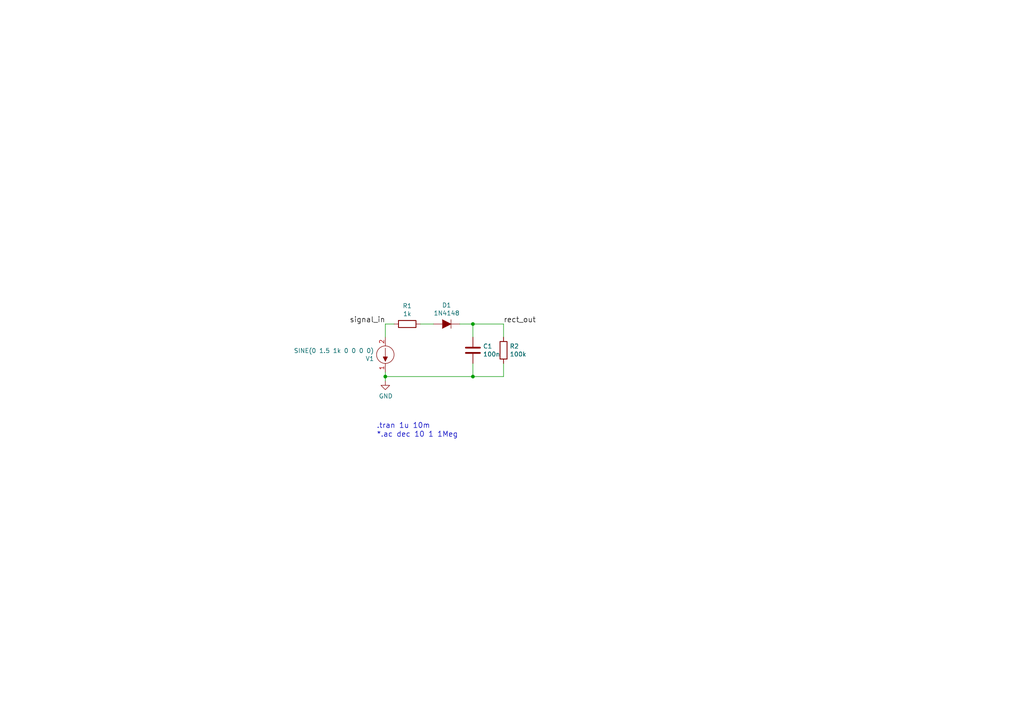
<source format=kicad_sch>
(kicad_sch (version 20200608) (host eeschema "(5.99.0-1983-g08c61e678)")
  (page 1 1)
  (paper "A4")
  (lib_symbols
    (symbol "rectifier_schlib:C" (pin_numbers hide) (pin_names (offset 0.254))
      (property "Reference" "C" (at 0.635 2.54 0))
      (property "Value" "C" (at 0.635 -2.54 0))
      (symbol "C_0_1"
        (polyline (pts (xy -2.032 -0.762) (xy 2.032 -0.762)) (stroke (width 0.508)))
        (polyline (pts (xy -2.032 0.762) (xy 2.032 0.762)) (stroke (width 0.508)))
      )
      (symbol "C_1_1"
        (pin passive line (at 0 3.81 270) (length 2.794) (name "~") (number "1"))
        (pin passive line (at 0 -3.81 90) (length 2.794) (name "~") (number "2"))
      )
    )
    (symbol "rectifier_schlib:D" (pin_numbers hide) (pin_names hide)
      (property "Reference" "D" (at 0 2.54 0))
      (property "Value" "D" (at 0 -2.54 0))
      (symbol "D_0_1"
        (polyline (pts (xy -1.27 1.27) (xy -1.27 -1.27)) (stroke (width 0.1524)))
        (polyline (pts (xy 1.27 1.27) (xy -1.27 0) (xy 1.27 -1.27)) (fill (type outline)))
      )
      (symbol "D_1_1"
        (pin passive line (at -3.81 0 0) (length 2.54) (name "K") (number "1"))
        (pin passive line (at 3.81 0 180) (length 2.54) (name "A") (number "2"))
      )
    )
    (symbol "rectifier_schlib:GND" (power) (pin_names (offset 0))
      (property "Value" "GND" (at 0 -3.1242 0))
      (symbol "GND_0_1"
        (polyline (pts (xy 0 0) (xy 0 -1.27) (xy 1.27 -1.27) (xy 0 -2.54) (xy -1.27 -1.27) (xy 0 -1.27)))
      )
      (symbol "GND_1_1"
        (pin power_in line (at 0 0 270) (length 0) hide (name "GND") (number "1"))
      )
    )
    (symbol "rectifier_schlib:R" (pin_numbers hide) (pin_names (offset 0))
      (property "Reference" "R" (at 2.032 0 90))
      (property "Value" "R" (at 0 0 90))
      (symbol "R_0_1"
        (rectangle (start -1.016 -2.54) (end 1.016 2.54) (stroke (width 0.254)))
      )
      (symbol "R_1_1"
        (pin passive line (at 0 3.81 270) (length 1.27) (name "~") (number "1"))
        (pin passive line (at 0 -3.81 90) (length 1.27) (name "~") (number "2"))
      )
    )
    (symbol "rectifier_schlib:VSOURCE"
      (property "Reference" "V" (at 5.08 5.08 0))
      (symbol "VSOURCE_0_1"
        (circle (center 0 0) (radius 2.54))
        (polyline (pts (xy 0 -1.905) (xy 0 1.905)))
        (polyline (pts (xy 0 1.905) (xy -0.635 0.635) (xy 0.635 0.635) (xy 0 1.905)) (fill (type outline)))
      )
      (symbol "VSOURCE_1_1"
        (pin input line (at 0 5.08 270) (length 2.54) (name "~") (number "1"))
        (pin input line (at 0 -5.08 90) (length 2.54) (name "~") (number "2"))
      )
    )
  )
  (junction (at 111.76 109.22))
  (junction (at 137.16 93.98))
  (junction (at 137.16 109.22))
  (wire (pts (xy 111.76 93.98) (xy 114.3 93.98)))
  (wire (pts (xy 111.76 97.79) (xy 111.76 93.98)))
  (wire (pts (xy 111.76 109.22) (xy 111.76 107.95)))
  (wire (pts (xy 111.76 109.22) (xy 137.16 109.22)))
  (wire (pts (xy 111.76 110.49) (xy 111.76 109.22)))
  (wire (pts (xy 121.92 93.98) (xy 125.73 93.98)))
  (wire (pts (xy 133.35 93.98) (xy 137.16 93.98)))
  (wire (pts (xy 137.16 93.98) (xy 146.05 93.98)))
  (wire (pts (xy 137.16 97.79) (xy 137.16 93.98)))
  (wire (pts (xy 137.16 109.22) (xy 137.16 105.41)))
  (wire (pts (xy 137.16 109.22) (xy 146.05 109.22)))
  (wire (pts (xy 146.05 93.98) (xy 146.05 97.79)))
  (wire (pts (xy 146.05 109.22) (xy 146.05 105.41)))
  (text ".tran 1u 10m\n" (at 109.22 124.46 0) (effects (font (size 1.524 1.524)) (justify left bottom)))
  (text "*.ac dec 10 1 1Meg\n" (at 109.22 127 0) (effects (font (size 1.524 1.524)) (justify left bottom)))
  (label "signal_in" (at 111.76 93.98 180) (effects (font (size 1.524 1.524))))
  (label "rect_out" (at 146.05 93.98 0) (effects (font (size 1.524 1.524))))
  (symbol (lib_id "rectifier_schlib:GND") (at 111.76 110.49 0) (unit 1)
    (property "Reference" "#PWR01" (effects hide))
    (property "Value" "GND" (at 111.887 114.8842 0))
  )
  (symbol (lib_id "rectifier_schlib:R") (at 118.11 93.98 270) (unit 1)
    (property "Reference" "R1" (at 118.11 88.7222 90))
    (property "Value" "1k" (at 118.11 91.0336 90))
    (property "Fieldname" "Value" (effects hide))
    (property "SpiceMapping" "1 2" (effects hide))
    (property "Spice_Primitive" "R" (effects hide))
  )
  (symbol (lib_id "rectifier_schlib:R") (at 146.05 101.6 180) (unit 1)
    (property "Reference" "R2" (at 147.828 100.4316 0) (effects (justify right)))
    (property "Value" "100k" (at 147.828 102.743 0) (effects (justify right)))
    (property "Fieldname" "Value" (effects hide))
    (property "SpiceMapping" "1 2" (effects hide))
    (property "Spice_Primitive" "R" (effects hide))
  )
  (symbol (lib_id "rectifier_schlib:D") (at 129.54 93.98 180) (unit 1)
    (property "Reference" "D1" (at 129.54 88.519 0))
    (property "Value" "1N4148" (at 129.54 90.8304 0))
    (property "Fieldname" "Value" (effects hide))
    (property "Spice_Primitive" "D" (effects hide))
    (property "Spice_Node_Sequence" "A K" (effects hide))
    (property "Spice_Model" "1N4148" (effects hide))
    (property "Spice_Netlist_Enabled" "Y" (effects hide))
    (property "Spice_Lib_File" "diode.mod" (effects hide))
  )
  (symbol (lib_id "rectifier_schlib:C") (at 137.16 101.6 0) (unit 1)
    (property "Reference" "C1" (at 140.081 100.4316 0) (effects (justify left)))
    (property "Value" "100n" (at 140.081 102.743 0) (effects (justify left)))
    (property "Fieldname" "Value" (effects hide))
    (property "Spice_Primitive" "C" (effects hide))
    (property "SpiceMapping" "1 2" (effects hide))
  )
  (symbol (lib_id "rectifier_schlib:VSOURCE") (at 111.76 102.87 180) (unit 1)
    (property "Reference" "V1" (at 108.5088 104.0384 0) (effects (justify left)))
    (property "Value" "SINE(0 1.5 1k 0 0 0 0)" (at 108.5088 101.727 0) (effects (justify left)))
    (property "Fieldname" "Value" (effects hide))
    (property "Spice_Primitive" "V" (effects hide))
    (property "Spice_Node_Sequence" "1 2" (effects hide))
  )
)
</source>
